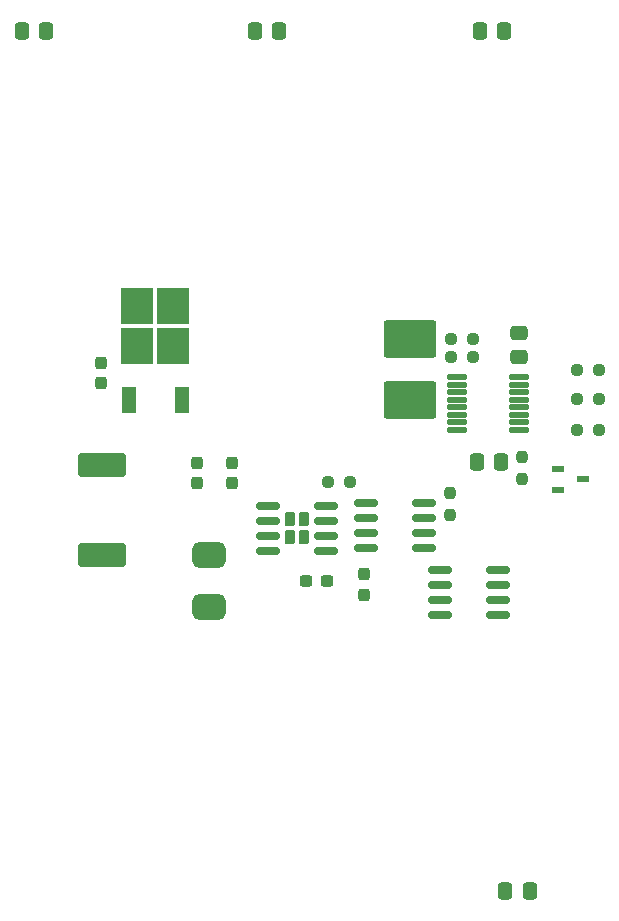
<source format=gbr>
%TF.GenerationSoftware,KiCad,Pcbnew,(6.0.5)*%
%TF.CreationDate,2022-12-11T20:22:43+11:00*%
%TF.ProjectId,Battery Board,42617474-6572-4792-9042-6f6172642e6b,1*%
%TF.SameCoordinates,Original*%
%TF.FileFunction,Paste,Top*%
%TF.FilePolarity,Positive*%
%FSLAX46Y46*%
G04 Gerber Fmt 4.6, Leading zero omitted, Abs format (unit mm)*
G04 Created by KiCad (PCBNEW (6.0.5)) date 2022-12-11 20:22:43*
%MOMM*%
%LPD*%
G01*
G04 APERTURE LIST*
G04 Aperture macros list*
%AMRoundRect*
0 Rectangle with rounded corners*
0 $1 Rounding radius*
0 $2 $3 $4 $5 $6 $7 $8 $9 X,Y pos of 4 corners*
0 Add a 4 corners polygon primitive as box body*
4,1,4,$2,$3,$4,$5,$6,$7,$8,$9,$2,$3,0*
0 Add four circle primitives for the rounded corners*
1,1,$1+$1,$2,$3*
1,1,$1+$1,$4,$5*
1,1,$1+$1,$6,$7*
1,1,$1+$1,$8,$9*
0 Add four rect primitives between the rounded corners*
20,1,$1+$1,$2,$3,$4,$5,0*
20,1,$1+$1,$4,$5,$6,$7,0*
20,1,$1+$1,$6,$7,$8,$9,0*
20,1,$1+$1,$8,$9,$2,$3,0*%
G04 Aperture macros list end*
%ADD10RoundRect,0.250000X1.975000X-1.350000X1.975000X1.350000X-1.975000X1.350000X-1.975000X-1.350000X0*%
%ADD11RoundRect,0.250000X-0.337500X-0.475000X0.337500X-0.475000X0.337500X0.475000X-0.337500X0.475000X0*%
%ADD12RoundRect,0.200000X1.800000X0.800000X-1.800000X0.800000X-1.800000X-0.800000X1.800000X-0.800000X0*%
%ADD13RoundRect,0.237500X-0.237500X0.300000X-0.237500X-0.300000X0.237500X-0.300000X0.237500X0.300000X0*%
%ADD14RoundRect,0.020500X0.799500X0.184500X-0.799500X0.184500X-0.799500X-0.184500X0.799500X-0.184500X0*%
%ADD15R,2.750000X3.050000*%
%ADD16R,1.200000X2.200000*%
%ADD17RoundRect,0.230000X0.230000X0.375000X-0.230000X0.375000X-0.230000X-0.375000X0.230000X-0.375000X0*%
%ADD18RoundRect,0.150000X0.825000X0.150000X-0.825000X0.150000X-0.825000X-0.150000X0.825000X-0.150000X0*%
%ADD19R,1.090000X0.610000*%
%ADD20RoundRect,0.550000X0.850000X0.550000X-0.850000X0.550000X-0.850000X-0.550000X0.850000X-0.550000X0*%
%ADD21RoundRect,0.237500X-0.237500X0.250000X-0.237500X-0.250000X0.237500X-0.250000X0.237500X0.250000X0*%
%ADD22RoundRect,0.250000X0.337500X0.475000X-0.337500X0.475000X-0.337500X-0.475000X0.337500X-0.475000X0*%
%ADD23RoundRect,0.237500X-0.250000X-0.237500X0.250000X-0.237500X0.250000X0.237500X-0.250000X0.237500X0*%
%ADD24RoundRect,0.250000X0.475000X-0.337500X0.475000X0.337500X-0.475000X0.337500X-0.475000X-0.337500X0*%
%ADD25RoundRect,0.150000X-0.825000X-0.150000X0.825000X-0.150000X0.825000X0.150000X-0.825000X0.150000X0*%
%ADD26RoundRect,0.237500X-0.300000X-0.237500X0.300000X-0.237500X0.300000X0.237500X-0.300000X0.237500X0*%
%ADD27RoundRect,0.237500X0.250000X0.237500X-0.250000X0.237500X-0.250000X-0.237500X0.250000X-0.237500X0*%
G04 APERTURE END LIST*
D10*
%TO.C,R_{SENSE}1*%
X142600000Y-87200000D03*
X142600000Y-82000000D03*
%TD*%
D11*
%TO.C,C5*%
X129462500Y-55900000D03*
X131537500Y-55900000D03*
%TD*%
D12*
%TO.C,L1*%
X116538000Y-100308000D03*
X116538000Y-92708000D03*
%TD*%
D11*
%TO.C,C6*%
X109712500Y-55900000D03*
X111787500Y-55900000D03*
%TD*%
D13*
%TO.C,C_{IN}1*%
X138700000Y-101937500D03*
X138700000Y-103662500D03*
%TD*%
D14*
%TO.C,U1*%
X151835000Y-89672500D03*
X151835000Y-89037500D03*
X151835000Y-88402500D03*
X151835000Y-87767500D03*
X151835000Y-87132500D03*
X151835000Y-86497500D03*
X151835000Y-85862500D03*
X151835000Y-85227500D03*
X146565000Y-85227500D03*
X146565000Y-85862500D03*
X146565000Y-86497500D03*
X146565000Y-87132500D03*
X146565000Y-87767500D03*
X146565000Y-88402500D03*
X146565000Y-89037500D03*
X146565000Y-89672500D03*
%TD*%
D15*
%TO.C,Reg_{3.3}1*%
X122563000Y-82583000D03*
X119513000Y-82583000D03*
X122563000Y-79233000D03*
X119513000Y-79233000D03*
D16*
X118758000Y-87208000D03*
X123318000Y-87208000D03*
%TD*%
D13*
%TO.C,C_{5OUT1}1*%
X127538000Y-92508000D03*
X127538000Y-94233000D03*
%TD*%
D17*
%TO.C,REG_{5}1*%
X132468000Y-98758000D03*
X132468000Y-97258000D03*
X133608000Y-98758000D03*
X133608000Y-97258000D03*
D18*
X135513000Y-99913000D03*
X135513000Y-98643000D03*
X135513000Y-97373000D03*
X135513000Y-96103000D03*
X130563000Y-96103000D03*
X130563000Y-97373000D03*
X130563000Y-98643000D03*
X130563000Y-99913000D03*
%TD*%
D19*
%TO.C,D1*%
X155130000Y-92985000D03*
X155130000Y-94815000D03*
X157270000Y-93900000D03*
%TD*%
D20*
%TO.C,D2*%
X125538000Y-100308000D03*
X125538000Y-104708000D03*
%TD*%
D21*
%TO.C,R7*%
X145992000Y-95063500D03*
X145992000Y-96888500D03*
%TD*%
D22*
%TO.C,C1*%
X150331500Y-92400000D03*
X148256500Y-92400000D03*
%TD*%
D13*
%TO.C,C_{5OUT2}1*%
X124538000Y-92508000D03*
X124538000Y-94233000D03*
%TD*%
D23*
%TO.C,R1*%
X156737500Y-84600000D03*
X158562500Y-84600000D03*
%TD*%
D13*
%TO.C,C_{3.3OUT}1*%
X116400000Y-84037500D03*
X116400000Y-85762500D03*
%TD*%
D23*
%TO.C,R3*%
X156737500Y-89750000D03*
X158562500Y-89750000D03*
%TD*%
D21*
%TO.C,R4*%
X152088000Y-92015500D03*
X152088000Y-93840500D03*
%TD*%
D18*
%TO.C,Q1*%
X138825000Y-99659000D03*
X138825000Y-98389000D03*
X138825000Y-97119000D03*
X138825000Y-95849000D03*
X143775000Y-95849000D03*
X143775000Y-97119000D03*
X143775000Y-98389000D03*
X143775000Y-99659000D03*
%TD*%
D23*
%TO.C,R5*%
X146095500Y-83530000D03*
X147920500Y-83530000D03*
%TD*%
D24*
%TO.C,C2*%
X151834000Y-81476500D03*
X151834000Y-83551500D03*
%TD*%
D25*
%TO.C,Q2*%
X145125000Y-101595000D03*
X145125000Y-102865000D03*
X145125000Y-104135000D03*
X145125000Y-105405000D03*
X150075000Y-105405000D03*
X150075000Y-104135000D03*
X150075000Y-102865000D03*
X150075000Y-101595000D03*
%TD*%
D11*
%TO.C,C4*%
X148512500Y-55950000D03*
X150587500Y-55950000D03*
%TD*%
D26*
%TO.C,C_{BST}1*%
X133813000Y-102508000D03*
X135538000Y-102508000D03*
%TD*%
D11*
%TO.C,C3*%
X150662500Y-128700000D03*
X152737500Y-128700000D03*
%TD*%
D23*
%TO.C,R2*%
X156737500Y-87050000D03*
X158562500Y-87050000D03*
%TD*%
D27*
%TO.C,R6*%
X146095500Y-82006000D03*
X147920500Y-82006000D03*
%TD*%
D23*
%TO.C,R_{PON}1*%
X135687500Y-94100000D03*
X137512500Y-94100000D03*
%TD*%
M02*

</source>
